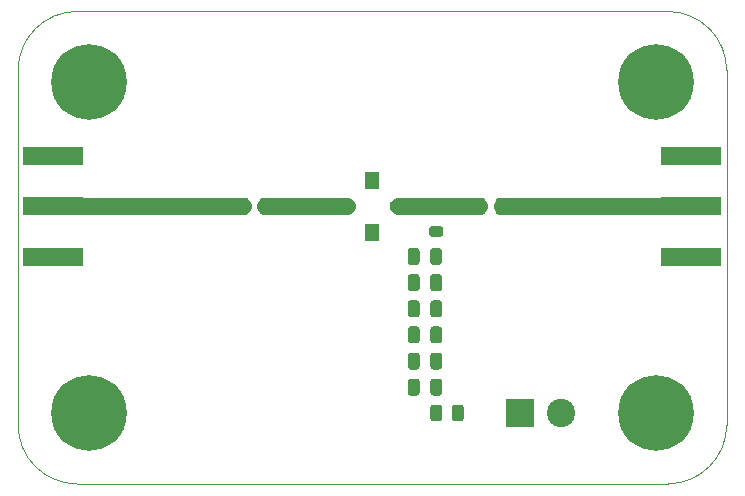
<source format=gbr>
%TF.GenerationSoftware,KiCad,Pcbnew,(5.1.8)-1*%
%TF.CreationDate,2021-02-01T22:04:36+01:00*%
%TF.ProjectId,nlb-variant,6e6c622d-7661-4726-9961-6e742e6b6963,rev?*%
%TF.SameCoordinates,Original*%
%TF.FileFunction,Soldermask,Top*%
%TF.FilePolarity,Negative*%
%FSLAX46Y46*%
G04 Gerber Fmt 4.6, Leading zero omitted, Abs format (unit mm)*
G04 Created by KiCad (PCBNEW (5.1.8)-1) date 2021-02-01 22:04:36*
%MOMM*%
%LPD*%
G01*
G04 APERTURE LIST*
%ADD10C,1.445160*%
%TA.AperFunction,Profile*%
%ADD11C,0.050000*%
%TD*%
%ADD12R,5.080000X1.500000*%
%ADD13R,2.400000X2.400000*%
%ADD14C,2.400000*%
%ADD15C,0.800000*%
%ADD16C,6.400000*%
%ADD17C,0.100000*%
G04 APERTURE END LIST*
D10*
X132150000Y-66500000D02*
X139050000Y-66500000D01*
X120950000Y-66500000D02*
X127850000Y-66500000D01*
X140950000Y-66500000D02*
X157000000Y-66500000D01*
X119050000Y-66500000D02*
X103000000Y-66500000D01*
D11*
X105000000Y-90000000D02*
G75*
G02*
X100000000Y-85000000I0J5000000D01*
G01*
X160000000Y-85000000D02*
G75*
G02*
X155000000Y-90000000I-5000000J0D01*
G01*
X155000000Y-50000000D02*
G75*
G02*
X160000000Y-55000000I0J-5000000D01*
G01*
X100000000Y-55000000D02*
G75*
G02*
X105000000Y-50000000I5000000J0D01*
G01*
X100000000Y-85000000D02*
X100000000Y-55000000D01*
X155000000Y-90000000D02*
X105000000Y-90000000D01*
X160000000Y-55000000D02*
X160000000Y-85000000D01*
X105000000Y-50000000D02*
X155000000Y-50000000D01*
D12*
%TO.C,J3*%
X157000000Y-66500000D03*
X157000000Y-62250000D03*
X157000000Y-70750000D03*
%TD*%
%TO.C,J2*%
X103000000Y-66500000D03*
X103000000Y-70750000D03*
X103000000Y-62250000D03*
%TD*%
%TO.C,C1*%
G36*
G01*
X135900000Y-81341665D02*
X135900000Y-82291665D01*
G75*
G02*
X135650000Y-82541665I-250000J0D01*
G01*
X135150000Y-82541665D01*
G75*
G02*
X134900000Y-82291665I0J250000D01*
G01*
X134900000Y-81341665D01*
G75*
G02*
X135150000Y-81091665I250000J0D01*
G01*
X135650000Y-81091665D01*
G75*
G02*
X135900000Y-81341665I0J-250000D01*
G01*
G37*
G36*
G01*
X134000000Y-81341665D02*
X134000000Y-82291665D01*
G75*
G02*
X133750000Y-82541665I-250000J0D01*
G01*
X133250000Y-82541665D01*
G75*
G02*
X133000000Y-82291665I0J250000D01*
G01*
X133000000Y-81341665D01*
G75*
G02*
X133250000Y-81091665I250000J0D01*
G01*
X133750000Y-81091665D01*
G75*
G02*
X134000000Y-81341665I0J-250000D01*
G01*
G37*
%TD*%
%TO.C,C2*%
G36*
G01*
X134000000Y-79128332D02*
X134000000Y-80078332D01*
G75*
G02*
X133750000Y-80328332I-250000J0D01*
G01*
X133250000Y-80328332D01*
G75*
G02*
X133000000Y-80078332I0J250000D01*
G01*
X133000000Y-79128332D01*
G75*
G02*
X133250000Y-78878332I250000J0D01*
G01*
X133750000Y-78878332D01*
G75*
G02*
X134000000Y-79128332I0J-250000D01*
G01*
G37*
G36*
G01*
X135900000Y-79128332D02*
X135900000Y-80078332D01*
G75*
G02*
X135650000Y-80328332I-250000J0D01*
G01*
X135150000Y-80328332D01*
G75*
G02*
X134900000Y-80078332I0J250000D01*
G01*
X134900000Y-79128332D01*
G75*
G02*
X135150000Y-78878332I250000J0D01*
G01*
X135650000Y-78878332D01*
G75*
G02*
X135900000Y-79128332I0J-250000D01*
G01*
G37*
%TD*%
%TO.C,C3*%
G36*
G01*
X135900000Y-76914999D02*
X135900000Y-77864999D01*
G75*
G02*
X135650000Y-78114999I-250000J0D01*
G01*
X135150000Y-78114999D01*
G75*
G02*
X134900000Y-77864999I0J250000D01*
G01*
X134900000Y-76914999D01*
G75*
G02*
X135150000Y-76664999I250000J0D01*
G01*
X135650000Y-76664999D01*
G75*
G02*
X135900000Y-76914999I0J-250000D01*
G01*
G37*
G36*
G01*
X134000000Y-76914999D02*
X134000000Y-77864999D01*
G75*
G02*
X133750000Y-78114999I-250000J0D01*
G01*
X133250000Y-78114999D01*
G75*
G02*
X133000000Y-77864999I0J250000D01*
G01*
X133000000Y-76914999D01*
G75*
G02*
X133250000Y-76664999I250000J0D01*
G01*
X133750000Y-76664999D01*
G75*
G02*
X134000000Y-76914999I0J-250000D01*
G01*
G37*
%TD*%
%TO.C,C4*%
G36*
G01*
X134000000Y-74701666D02*
X134000000Y-75651666D01*
G75*
G02*
X133750000Y-75901666I-250000J0D01*
G01*
X133250000Y-75901666D01*
G75*
G02*
X133000000Y-75651666I0J250000D01*
G01*
X133000000Y-74701666D01*
G75*
G02*
X133250000Y-74451666I250000J0D01*
G01*
X133750000Y-74451666D01*
G75*
G02*
X134000000Y-74701666I0J-250000D01*
G01*
G37*
G36*
G01*
X135900000Y-74701666D02*
X135900000Y-75651666D01*
G75*
G02*
X135650000Y-75901666I-250000J0D01*
G01*
X135150000Y-75901666D01*
G75*
G02*
X134900000Y-75651666I0J250000D01*
G01*
X134900000Y-74701666D01*
G75*
G02*
X135150000Y-74451666I250000J0D01*
G01*
X135650000Y-74451666D01*
G75*
G02*
X135900000Y-74701666I0J-250000D01*
G01*
G37*
%TD*%
%TO.C,C5*%
G36*
G01*
X135900000Y-72488333D02*
X135900000Y-73438333D01*
G75*
G02*
X135650000Y-73688333I-250000J0D01*
G01*
X135150000Y-73688333D01*
G75*
G02*
X134900000Y-73438333I0J250000D01*
G01*
X134900000Y-72488333D01*
G75*
G02*
X135150000Y-72238333I250000J0D01*
G01*
X135650000Y-72238333D01*
G75*
G02*
X135900000Y-72488333I0J-250000D01*
G01*
G37*
G36*
G01*
X134000000Y-72488333D02*
X134000000Y-73438333D01*
G75*
G02*
X133750000Y-73688333I-250000J0D01*
G01*
X133250000Y-73688333D01*
G75*
G02*
X133000000Y-73438333I0J250000D01*
G01*
X133000000Y-72488333D01*
G75*
G02*
X133250000Y-72238333I250000J0D01*
G01*
X133750000Y-72238333D01*
G75*
G02*
X134000000Y-72488333I0J-250000D01*
G01*
G37*
%TD*%
%TO.C,C6*%
G36*
G01*
X134000000Y-70275000D02*
X134000000Y-71225000D01*
G75*
G02*
X133750000Y-71475000I-250000J0D01*
G01*
X133250000Y-71475000D01*
G75*
G02*
X133000000Y-71225000I0J250000D01*
G01*
X133000000Y-70275000D01*
G75*
G02*
X133250000Y-70025000I250000J0D01*
G01*
X133750000Y-70025000D01*
G75*
G02*
X134000000Y-70275000I0J-250000D01*
G01*
G37*
G36*
G01*
X135900000Y-70275000D02*
X135900000Y-71225000D01*
G75*
G02*
X135650000Y-71475000I-250000J0D01*
G01*
X135150000Y-71475000D01*
G75*
G02*
X134900000Y-71225000I0J250000D01*
G01*
X134900000Y-70275000D01*
G75*
G02*
X135150000Y-70025000I250000J0D01*
G01*
X135650000Y-70025000D01*
G75*
G02*
X135900000Y-70275000I0J-250000D01*
G01*
G37*
%TD*%
%TO.C,C7*%
G36*
G01*
X118550000Y-66975000D02*
X118550000Y-66025000D01*
G75*
G02*
X118800000Y-65775000I250000J0D01*
G01*
X119300000Y-65775000D01*
G75*
G02*
X119550000Y-66025000I0J-250000D01*
G01*
X119550000Y-66975000D01*
G75*
G02*
X119300000Y-67225000I-250000J0D01*
G01*
X118800000Y-67225000D01*
G75*
G02*
X118550000Y-66975000I0J250000D01*
G01*
G37*
G36*
G01*
X120450000Y-66975000D02*
X120450000Y-66025000D01*
G75*
G02*
X120700000Y-65775000I250000J0D01*
G01*
X121200000Y-65775000D01*
G75*
G02*
X121450000Y-66025000I0J-250000D01*
G01*
X121450000Y-66975000D01*
G75*
G02*
X121200000Y-67225000I-250000J0D01*
G01*
X120700000Y-67225000D01*
G75*
G02*
X120450000Y-66975000I0J250000D01*
G01*
G37*
%TD*%
%TO.C,C8*%
G36*
G01*
X140450000Y-66975000D02*
X140450000Y-66025000D01*
G75*
G02*
X140700000Y-65775000I250000J0D01*
G01*
X141200000Y-65775000D01*
G75*
G02*
X141450000Y-66025000I0J-250000D01*
G01*
X141450000Y-66975000D01*
G75*
G02*
X141200000Y-67225000I-250000J0D01*
G01*
X140700000Y-67225000D01*
G75*
G02*
X140450000Y-66975000I0J250000D01*
G01*
G37*
G36*
G01*
X138550000Y-66975000D02*
X138550000Y-66025000D01*
G75*
G02*
X138800000Y-65775000I250000J0D01*
G01*
X139300000Y-65775000D01*
G75*
G02*
X139550000Y-66025000I0J-250000D01*
G01*
X139550000Y-66975000D01*
G75*
G02*
X139300000Y-67225000I-250000J0D01*
G01*
X138800000Y-67225000D01*
G75*
G02*
X138550000Y-66975000I0J250000D01*
G01*
G37*
%TD*%
D13*
%TO.C,J1*%
X142500000Y-84000000D03*
D14*
X146000000Y-84000000D03*
%TD*%
%TO.C,L1*%
G36*
G01*
X135781250Y-69062500D02*
X135018750Y-69062500D01*
G75*
G02*
X134800000Y-68843750I0J218750D01*
G01*
X134800000Y-68406250D01*
G75*
G02*
X135018750Y-68187500I218750J0D01*
G01*
X135781250Y-68187500D01*
G75*
G02*
X136000000Y-68406250I0J-218750D01*
G01*
X136000000Y-68843750D01*
G75*
G02*
X135781250Y-69062500I-218750J0D01*
G01*
G37*
G36*
G01*
X135781250Y-66937500D02*
X135018750Y-66937500D01*
G75*
G02*
X134800000Y-66718750I0J218750D01*
G01*
X134800000Y-66281250D01*
G75*
G02*
X135018750Y-66062500I218750J0D01*
G01*
X135781250Y-66062500D01*
G75*
G02*
X136000000Y-66281250I0J-218750D01*
G01*
X136000000Y-66718750D01*
G75*
G02*
X135781250Y-66937500I-218750J0D01*
G01*
G37*
%TD*%
D15*
%TO.C,H1*%
X107697056Y-54302944D03*
X106000000Y-53600000D03*
X104302944Y-54302944D03*
X103600000Y-56000000D03*
X104302944Y-57697056D03*
X106000000Y-58400000D03*
X107697056Y-57697056D03*
X108400000Y-56000000D03*
D16*
X106000000Y-56000000D03*
%TD*%
%TO.C,H2*%
X154000000Y-56000000D03*
D15*
X156400000Y-56000000D03*
X155697056Y-57697056D03*
X154000000Y-58400000D03*
X152302944Y-57697056D03*
X151600000Y-56000000D03*
X152302944Y-54302944D03*
X154000000Y-53600000D03*
X155697056Y-54302944D03*
%TD*%
%TO.C,H3*%
X107697056Y-82302944D03*
X106000000Y-81600000D03*
X104302944Y-82302944D03*
X103600000Y-84000000D03*
X104302944Y-85697056D03*
X106000000Y-86400000D03*
X107697056Y-85697056D03*
X108400000Y-84000000D03*
D16*
X106000000Y-84000000D03*
%TD*%
%TO.C,H4*%
X154000000Y-84000000D03*
D15*
X156400000Y-84000000D03*
X155697056Y-85697056D03*
X154000000Y-86400000D03*
X152302944Y-85697056D03*
X151600000Y-84000000D03*
X152302944Y-82302944D03*
X154000000Y-81600000D03*
X155697056Y-82302944D03*
%TD*%
%TO.C,R1*%
G36*
G01*
X137737500Y-83549999D02*
X137737500Y-84450001D01*
G75*
G02*
X137487501Y-84700000I-249999J0D01*
G01*
X136962499Y-84700000D01*
G75*
G02*
X136712500Y-84450001I0J249999D01*
G01*
X136712500Y-83549999D01*
G75*
G02*
X136962499Y-83300000I249999J0D01*
G01*
X137487501Y-83300000D01*
G75*
G02*
X137737500Y-83549999I0J-249999D01*
G01*
G37*
G36*
G01*
X135912500Y-83549999D02*
X135912500Y-84450001D01*
G75*
G02*
X135662501Y-84700000I-249999J0D01*
G01*
X135137499Y-84700000D01*
G75*
G02*
X134887500Y-84450001I0J249999D01*
G01*
X134887500Y-83549999D01*
G75*
G02*
X135137499Y-83300000I249999J0D01*
G01*
X135662501Y-83300000D01*
G75*
G02*
X135912500Y-83549999I0J-249999D01*
G01*
G37*
%TD*%
D17*
%TO.C,U1*%
G36*
X128500000Y-66150000D02*
G01*
X128500000Y-66850000D01*
X127200000Y-66850000D01*
X127200000Y-66150000D01*
X128500000Y-66150000D01*
G37*
G36*
X132800000Y-66150000D02*
G01*
X132800000Y-66850000D01*
X131500000Y-66850000D01*
X131500000Y-66150000D01*
X132800000Y-66150000D01*
G37*
G36*
X130600000Y-68000000D02*
G01*
X130600000Y-69400000D01*
X129400000Y-69400000D01*
X129400000Y-68000000D01*
X130600000Y-68000000D01*
G37*
G36*
X130600000Y-63600000D02*
G01*
X130600000Y-65000000D01*
X129400000Y-65000000D01*
X129400000Y-63600000D01*
X130600000Y-63600000D01*
G37*
%TD*%
M02*

</source>
